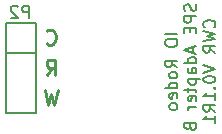
<source format=gbr>
%TF.GenerationSoftware,KiCad,Pcbnew,7.0.10-7.0.10~ubuntu22.04.1*%
%TF.CreationDate,2024-09-08T18:45:09-07:00*%
%TF.ProjectId,SPE_adapter_B_CWR,5350455f-6164-4617-9074-65725f425f43,rev?*%
%TF.SameCoordinates,Original*%
%TF.FileFunction,Legend,Bot*%
%TF.FilePolarity,Positive*%
%FSLAX46Y46*%
G04 Gerber Fmt 4.6, Leading zero omitted, Abs format (unit mm)*
G04 Created by KiCad (PCBNEW 7.0.10-7.0.10~ubuntu22.04.1) date 2024-09-08 18:45:09*
%MOMM*%
%LPD*%
G01*
G04 APERTURE LIST*
%ADD10C,0.254000*%
%ADD11C,0.200000*%
%ADD12C,0.152400*%
G04 APERTURE END LIST*
D10*
X108675714Y-116144318D02*
X108978095Y-117414318D01*
X108978095Y-117414318D02*
X109220000Y-116507175D01*
X109220000Y-116507175D02*
X109461905Y-117414318D01*
X109461905Y-117414318D02*
X109764286Y-116144318D01*
X108826904Y-112213365D02*
X108887380Y-112273842D01*
X108887380Y-112273842D02*
X109068809Y-112334318D01*
X109068809Y-112334318D02*
X109189761Y-112334318D01*
X109189761Y-112334318D02*
X109371190Y-112273842D01*
X109371190Y-112273842D02*
X109492142Y-112152889D01*
X109492142Y-112152889D02*
X109552619Y-112031937D01*
X109552619Y-112031937D02*
X109613095Y-111790032D01*
X109613095Y-111790032D02*
X109613095Y-111608603D01*
X109613095Y-111608603D02*
X109552619Y-111366699D01*
X109552619Y-111366699D02*
X109492142Y-111245746D01*
X109492142Y-111245746D02*
X109371190Y-111124794D01*
X109371190Y-111124794D02*
X109189761Y-111064318D01*
X109189761Y-111064318D02*
X109068809Y-111064318D01*
X109068809Y-111064318D02*
X108887380Y-111124794D01*
X108887380Y-111124794D02*
X108826904Y-111185270D01*
D11*
X119892219Y-111409524D02*
X118892219Y-111409524D01*
X118892219Y-112076190D02*
X118892219Y-112266666D01*
X118892219Y-112266666D02*
X118939838Y-112361904D01*
X118939838Y-112361904D02*
X119035076Y-112457142D01*
X119035076Y-112457142D02*
X119225552Y-112504761D01*
X119225552Y-112504761D02*
X119558885Y-112504761D01*
X119558885Y-112504761D02*
X119749361Y-112457142D01*
X119749361Y-112457142D02*
X119844600Y-112361904D01*
X119844600Y-112361904D02*
X119892219Y-112266666D01*
X119892219Y-112266666D02*
X119892219Y-112076190D01*
X119892219Y-112076190D02*
X119844600Y-111980952D01*
X119844600Y-111980952D02*
X119749361Y-111885714D01*
X119749361Y-111885714D02*
X119558885Y-111838095D01*
X119558885Y-111838095D02*
X119225552Y-111838095D01*
X119225552Y-111838095D02*
X119035076Y-111885714D01*
X119035076Y-111885714D02*
X118939838Y-111980952D01*
X118939838Y-111980952D02*
X118892219Y-112076190D01*
X119892219Y-114266666D02*
X119416028Y-113933333D01*
X119892219Y-113695238D02*
X118892219Y-113695238D01*
X118892219Y-113695238D02*
X118892219Y-114076190D01*
X118892219Y-114076190D02*
X118939838Y-114171428D01*
X118939838Y-114171428D02*
X118987457Y-114219047D01*
X118987457Y-114219047D02*
X119082695Y-114266666D01*
X119082695Y-114266666D02*
X119225552Y-114266666D01*
X119225552Y-114266666D02*
X119320790Y-114219047D01*
X119320790Y-114219047D02*
X119368409Y-114171428D01*
X119368409Y-114171428D02*
X119416028Y-114076190D01*
X119416028Y-114076190D02*
X119416028Y-113695238D01*
X119892219Y-114838095D02*
X119844600Y-114742857D01*
X119844600Y-114742857D02*
X119796980Y-114695238D01*
X119796980Y-114695238D02*
X119701742Y-114647619D01*
X119701742Y-114647619D02*
X119416028Y-114647619D01*
X119416028Y-114647619D02*
X119320790Y-114695238D01*
X119320790Y-114695238D02*
X119273171Y-114742857D01*
X119273171Y-114742857D02*
X119225552Y-114838095D01*
X119225552Y-114838095D02*
X119225552Y-114980952D01*
X119225552Y-114980952D02*
X119273171Y-115076190D01*
X119273171Y-115076190D02*
X119320790Y-115123809D01*
X119320790Y-115123809D02*
X119416028Y-115171428D01*
X119416028Y-115171428D02*
X119701742Y-115171428D01*
X119701742Y-115171428D02*
X119796980Y-115123809D01*
X119796980Y-115123809D02*
X119844600Y-115076190D01*
X119844600Y-115076190D02*
X119892219Y-114980952D01*
X119892219Y-114980952D02*
X119892219Y-114838095D01*
X119892219Y-116028571D02*
X118892219Y-116028571D01*
X119844600Y-116028571D02*
X119892219Y-115933333D01*
X119892219Y-115933333D02*
X119892219Y-115742857D01*
X119892219Y-115742857D02*
X119844600Y-115647619D01*
X119844600Y-115647619D02*
X119796980Y-115600000D01*
X119796980Y-115600000D02*
X119701742Y-115552381D01*
X119701742Y-115552381D02*
X119416028Y-115552381D01*
X119416028Y-115552381D02*
X119320790Y-115600000D01*
X119320790Y-115600000D02*
X119273171Y-115647619D01*
X119273171Y-115647619D02*
X119225552Y-115742857D01*
X119225552Y-115742857D02*
X119225552Y-115933333D01*
X119225552Y-115933333D02*
X119273171Y-116028571D01*
X119844600Y-116885714D02*
X119892219Y-116790476D01*
X119892219Y-116790476D02*
X119892219Y-116600000D01*
X119892219Y-116600000D02*
X119844600Y-116504762D01*
X119844600Y-116504762D02*
X119749361Y-116457143D01*
X119749361Y-116457143D02*
X119368409Y-116457143D01*
X119368409Y-116457143D02*
X119273171Y-116504762D01*
X119273171Y-116504762D02*
X119225552Y-116600000D01*
X119225552Y-116600000D02*
X119225552Y-116790476D01*
X119225552Y-116790476D02*
X119273171Y-116885714D01*
X119273171Y-116885714D02*
X119368409Y-116933333D01*
X119368409Y-116933333D02*
X119463647Y-116933333D01*
X119463647Y-116933333D02*
X119558885Y-116457143D01*
X119892219Y-117504762D02*
X119844600Y-117409524D01*
X119844600Y-117409524D02*
X119796980Y-117361905D01*
X119796980Y-117361905D02*
X119701742Y-117314286D01*
X119701742Y-117314286D02*
X119416028Y-117314286D01*
X119416028Y-117314286D02*
X119320790Y-117361905D01*
X119320790Y-117361905D02*
X119273171Y-117409524D01*
X119273171Y-117409524D02*
X119225552Y-117504762D01*
X119225552Y-117504762D02*
X119225552Y-117647619D01*
X119225552Y-117647619D02*
X119273171Y-117742857D01*
X119273171Y-117742857D02*
X119320790Y-117790476D01*
X119320790Y-117790476D02*
X119416028Y-117838095D01*
X119416028Y-117838095D02*
X119701742Y-117838095D01*
X119701742Y-117838095D02*
X119796980Y-117790476D01*
X119796980Y-117790476D02*
X119844600Y-117742857D01*
X119844600Y-117742857D02*
X119892219Y-117647619D01*
X119892219Y-117647619D02*
X119892219Y-117504762D01*
X121454600Y-108909523D02*
X121502219Y-109052380D01*
X121502219Y-109052380D02*
X121502219Y-109290475D01*
X121502219Y-109290475D02*
X121454600Y-109385713D01*
X121454600Y-109385713D02*
X121406980Y-109433332D01*
X121406980Y-109433332D02*
X121311742Y-109480951D01*
X121311742Y-109480951D02*
X121216504Y-109480951D01*
X121216504Y-109480951D02*
X121121266Y-109433332D01*
X121121266Y-109433332D02*
X121073647Y-109385713D01*
X121073647Y-109385713D02*
X121026028Y-109290475D01*
X121026028Y-109290475D02*
X120978409Y-109099999D01*
X120978409Y-109099999D02*
X120930790Y-109004761D01*
X120930790Y-109004761D02*
X120883171Y-108957142D01*
X120883171Y-108957142D02*
X120787933Y-108909523D01*
X120787933Y-108909523D02*
X120692695Y-108909523D01*
X120692695Y-108909523D02*
X120597457Y-108957142D01*
X120597457Y-108957142D02*
X120549838Y-109004761D01*
X120549838Y-109004761D02*
X120502219Y-109099999D01*
X120502219Y-109099999D02*
X120502219Y-109338094D01*
X120502219Y-109338094D02*
X120549838Y-109480951D01*
X121502219Y-109909523D02*
X120502219Y-109909523D01*
X120502219Y-109909523D02*
X120502219Y-110290475D01*
X120502219Y-110290475D02*
X120549838Y-110385713D01*
X120549838Y-110385713D02*
X120597457Y-110433332D01*
X120597457Y-110433332D02*
X120692695Y-110480951D01*
X120692695Y-110480951D02*
X120835552Y-110480951D01*
X120835552Y-110480951D02*
X120930790Y-110433332D01*
X120930790Y-110433332D02*
X120978409Y-110385713D01*
X120978409Y-110385713D02*
X121026028Y-110290475D01*
X121026028Y-110290475D02*
X121026028Y-109909523D01*
X120978409Y-110909523D02*
X120978409Y-111242856D01*
X121502219Y-111385713D02*
X121502219Y-110909523D01*
X121502219Y-110909523D02*
X120502219Y-110909523D01*
X120502219Y-110909523D02*
X120502219Y-111385713D01*
X121216504Y-112528571D02*
X121216504Y-113004761D01*
X121502219Y-112433333D02*
X120502219Y-112766666D01*
X120502219Y-112766666D02*
X121502219Y-113099999D01*
X121502219Y-113861904D02*
X120502219Y-113861904D01*
X121454600Y-113861904D02*
X121502219Y-113766666D01*
X121502219Y-113766666D02*
X121502219Y-113576190D01*
X121502219Y-113576190D02*
X121454600Y-113480952D01*
X121454600Y-113480952D02*
X121406980Y-113433333D01*
X121406980Y-113433333D02*
X121311742Y-113385714D01*
X121311742Y-113385714D02*
X121026028Y-113385714D01*
X121026028Y-113385714D02*
X120930790Y-113433333D01*
X120930790Y-113433333D02*
X120883171Y-113480952D01*
X120883171Y-113480952D02*
X120835552Y-113576190D01*
X120835552Y-113576190D02*
X120835552Y-113766666D01*
X120835552Y-113766666D02*
X120883171Y-113861904D01*
X121502219Y-114766666D02*
X120978409Y-114766666D01*
X120978409Y-114766666D02*
X120883171Y-114719047D01*
X120883171Y-114719047D02*
X120835552Y-114623809D01*
X120835552Y-114623809D02*
X120835552Y-114433333D01*
X120835552Y-114433333D02*
X120883171Y-114338095D01*
X121454600Y-114766666D02*
X121502219Y-114671428D01*
X121502219Y-114671428D02*
X121502219Y-114433333D01*
X121502219Y-114433333D02*
X121454600Y-114338095D01*
X121454600Y-114338095D02*
X121359361Y-114290476D01*
X121359361Y-114290476D02*
X121264123Y-114290476D01*
X121264123Y-114290476D02*
X121168885Y-114338095D01*
X121168885Y-114338095D02*
X121121266Y-114433333D01*
X121121266Y-114433333D02*
X121121266Y-114671428D01*
X121121266Y-114671428D02*
X121073647Y-114766666D01*
X120835552Y-115242857D02*
X121835552Y-115242857D01*
X120883171Y-115242857D02*
X120835552Y-115338095D01*
X120835552Y-115338095D02*
X120835552Y-115528571D01*
X120835552Y-115528571D02*
X120883171Y-115623809D01*
X120883171Y-115623809D02*
X120930790Y-115671428D01*
X120930790Y-115671428D02*
X121026028Y-115719047D01*
X121026028Y-115719047D02*
X121311742Y-115719047D01*
X121311742Y-115719047D02*
X121406980Y-115671428D01*
X121406980Y-115671428D02*
X121454600Y-115623809D01*
X121454600Y-115623809D02*
X121502219Y-115528571D01*
X121502219Y-115528571D02*
X121502219Y-115338095D01*
X121502219Y-115338095D02*
X121454600Y-115242857D01*
X120835552Y-116004762D02*
X120835552Y-116385714D01*
X120502219Y-116147619D02*
X121359361Y-116147619D01*
X121359361Y-116147619D02*
X121454600Y-116195238D01*
X121454600Y-116195238D02*
X121502219Y-116290476D01*
X121502219Y-116290476D02*
X121502219Y-116385714D01*
X121454600Y-117100000D02*
X121502219Y-117004762D01*
X121502219Y-117004762D02*
X121502219Y-116814286D01*
X121502219Y-116814286D02*
X121454600Y-116719048D01*
X121454600Y-116719048D02*
X121359361Y-116671429D01*
X121359361Y-116671429D02*
X120978409Y-116671429D01*
X120978409Y-116671429D02*
X120883171Y-116719048D01*
X120883171Y-116719048D02*
X120835552Y-116814286D01*
X120835552Y-116814286D02*
X120835552Y-117004762D01*
X120835552Y-117004762D02*
X120883171Y-117100000D01*
X120883171Y-117100000D02*
X120978409Y-117147619D01*
X120978409Y-117147619D02*
X121073647Y-117147619D01*
X121073647Y-117147619D02*
X121168885Y-116671429D01*
X121502219Y-117576191D02*
X120835552Y-117576191D01*
X121026028Y-117576191D02*
X120930790Y-117623810D01*
X120930790Y-117623810D02*
X120883171Y-117671429D01*
X120883171Y-117671429D02*
X120835552Y-117766667D01*
X120835552Y-117766667D02*
X120835552Y-117861905D01*
X120978409Y-119290477D02*
X121026028Y-119433334D01*
X121026028Y-119433334D02*
X121073647Y-119480953D01*
X121073647Y-119480953D02*
X121168885Y-119528572D01*
X121168885Y-119528572D02*
X121311742Y-119528572D01*
X121311742Y-119528572D02*
X121406980Y-119480953D01*
X121406980Y-119480953D02*
X121454600Y-119433334D01*
X121454600Y-119433334D02*
X121502219Y-119338096D01*
X121502219Y-119338096D02*
X121502219Y-118957144D01*
X121502219Y-118957144D02*
X120502219Y-118957144D01*
X120502219Y-118957144D02*
X120502219Y-119290477D01*
X120502219Y-119290477D02*
X120549838Y-119385715D01*
X120549838Y-119385715D02*
X120597457Y-119433334D01*
X120597457Y-119433334D02*
X120692695Y-119480953D01*
X120692695Y-119480953D02*
X120787933Y-119480953D01*
X120787933Y-119480953D02*
X120883171Y-119433334D01*
X120883171Y-119433334D02*
X120930790Y-119385715D01*
X120930790Y-119385715D02*
X120978409Y-119290477D01*
X120978409Y-119290477D02*
X120978409Y-118957144D01*
X123016980Y-110861904D02*
X123064600Y-110814285D01*
X123064600Y-110814285D02*
X123112219Y-110671428D01*
X123112219Y-110671428D02*
X123112219Y-110576190D01*
X123112219Y-110576190D02*
X123064600Y-110433333D01*
X123064600Y-110433333D02*
X122969361Y-110338095D01*
X122969361Y-110338095D02*
X122874123Y-110290476D01*
X122874123Y-110290476D02*
X122683647Y-110242857D01*
X122683647Y-110242857D02*
X122540790Y-110242857D01*
X122540790Y-110242857D02*
X122350314Y-110290476D01*
X122350314Y-110290476D02*
X122255076Y-110338095D01*
X122255076Y-110338095D02*
X122159838Y-110433333D01*
X122159838Y-110433333D02*
X122112219Y-110576190D01*
X122112219Y-110576190D02*
X122112219Y-110671428D01*
X122112219Y-110671428D02*
X122159838Y-110814285D01*
X122159838Y-110814285D02*
X122207457Y-110861904D01*
X122112219Y-111195238D02*
X123112219Y-111433333D01*
X123112219Y-111433333D02*
X122397933Y-111623809D01*
X122397933Y-111623809D02*
X123112219Y-111814285D01*
X123112219Y-111814285D02*
X122112219Y-112052381D01*
X123112219Y-113004761D02*
X122636028Y-112671428D01*
X123112219Y-112433333D02*
X122112219Y-112433333D01*
X122112219Y-112433333D02*
X122112219Y-112814285D01*
X122112219Y-112814285D02*
X122159838Y-112909523D01*
X122159838Y-112909523D02*
X122207457Y-112957142D01*
X122207457Y-112957142D02*
X122302695Y-113004761D01*
X122302695Y-113004761D02*
X122445552Y-113004761D01*
X122445552Y-113004761D02*
X122540790Y-112957142D01*
X122540790Y-112957142D02*
X122588409Y-112909523D01*
X122588409Y-112909523D02*
X122636028Y-112814285D01*
X122636028Y-112814285D02*
X122636028Y-112433333D01*
X122112219Y-114052381D02*
X123112219Y-114385714D01*
X123112219Y-114385714D02*
X122112219Y-114719047D01*
X122112219Y-115242857D02*
X122112219Y-115338095D01*
X122112219Y-115338095D02*
X122159838Y-115433333D01*
X122159838Y-115433333D02*
X122207457Y-115480952D01*
X122207457Y-115480952D02*
X122302695Y-115528571D01*
X122302695Y-115528571D02*
X122493171Y-115576190D01*
X122493171Y-115576190D02*
X122731266Y-115576190D01*
X122731266Y-115576190D02*
X122921742Y-115528571D01*
X122921742Y-115528571D02*
X123016980Y-115480952D01*
X123016980Y-115480952D02*
X123064600Y-115433333D01*
X123064600Y-115433333D02*
X123112219Y-115338095D01*
X123112219Y-115338095D02*
X123112219Y-115242857D01*
X123112219Y-115242857D02*
X123064600Y-115147619D01*
X123064600Y-115147619D02*
X123016980Y-115100000D01*
X123016980Y-115100000D02*
X122921742Y-115052381D01*
X122921742Y-115052381D02*
X122731266Y-115004762D01*
X122731266Y-115004762D02*
X122493171Y-115004762D01*
X122493171Y-115004762D02*
X122302695Y-115052381D01*
X122302695Y-115052381D02*
X122207457Y-115100000D01*
X122207457Y-115100000D02*
X122159838Y-115147619D01*
X122159838Y-115147619D02*
X122112219Y-115242857D01*
X123016980Y-116004762D02*
X123064600Y-116052381D01*
X123064600Y-116052381D02*
X123112219Y-116004762D01*
X123112219Y-116004762D02*
X123064600Y-115957143D01*
X123064600Y-115957143D02*
X123016980Y-116004762D01*
X123016980Y-116004762D02*
X123112219Y-116004762D01*
X123112219Y-117004761D02*
X123112219Y-116433333D01*
X123112219Y-116719047D02*
X122112219Y-116719047D01*
X122112219Y-116719047D02*
X122255076Y-116623809D01*
X122255076Y-116623809D02*
X122350314Y-116528571D01*
X122350314Y-116528571D02*
X122397933Y-116433333D01*
X123112219Y-118004761D02*
X122636028Y-117671428D01*
X123112219Y-117433333D02*
X122112219Y-117433333D01*
X122112219Y-117433333D02*
X122112219Y-117814285D01*
X122112219Y-117814285D02*
X122159838Y-117909523D01*
X122159838Y-117909523D02*
X122207457Y-117957142D01*
X122207457Y-117957142D02*
X122302695Y-118004761D01*
X122302695Y-118004761D02*
X122445552Y-118004761D01*
X122445552Y-118004761D02*
X122540790Y-117957142D01*
X122540790Y-117957142D02*
X122588409Y-117909523D01*
X122588409Y-117909523D02*
X122636028Y-117814285D01*
X122636028Y-117814285D02*
X122636028Y-117433333D01*
X123112219Y-118957142D02*
X123112219Y-118385714D01*
X123112219Y-118671428D02*
X122112219Y-118671428D01*
X122112219Y-118671428D02*
X122255076Y-118576190D01*
X122255076Y-118576190D02*
X122350314Y-118480952D01*
X122350314Y-118480952D02*
X122397933Y-118385714D01*
D10*
X108826904Y-114874318D02*
X109250238Y-114269556D01*
X109552619Y-114874318D02*
X109552619Y-113604318D01*
X109552619Y-113604318D02*
X109068809Y-113604318D01*
X109068809Y-113604318D02*
X108947857Y-113664794D01*
X108947857Y-113664794D02*
X108887380Y-113725270D01*
X108887380Y-113725270D02*
X108826904Y-113846222D01*
X108826904Y-113846222D02*
X108826904Y-114027651D01*
X108826904Y-114027651D02*
X108887380Y-114148603D01*
X108887380Y-114148603D02*
X108947857Y-114209080D01*
X108947857Y-114209080D02*
X109068809Y-114269556D01*
X109068809Y-114269556D02*
X109552619Y-114269556D01*
D12*
X107351164Y-110063095D02*
X107351164Y-109047095D01*
X107351164Y-109047095D02*
X106964116Y-109047095D01*
X106964116Y-109047095D02*
X106867354Y-109095476D01*
X106867354Y-109095476D02*
X106818973Y-109143857D01*
X106818973Y-109143857D02*
X106770592Y-109240619D01*
X106770592Y-109240619D02*
X106770592Y-109385762D01*
X106770592Y-109385762D02*
X106818973Y-109482524D01*
X106818973Y-109482524D02*
X106867354Y-109530905D01*
X106867354Y-109530905D02*
X106964116Y-109579286D01*
X106964116Y-109579286D02*
X107351164Y-109579286D01*
X106383545Y-109143857D02*
X106335164Y-109095476D01*
X106335164Y-109095476D02*
X106238402Y-109047095D01*
X106238402Y-109047095D02*
X105996497Y-109047095D01*
X105996497Y-109047095D02*
X105899735Y-109095476D01*
X105899735Y-109095476D02*
X105851354Y-109143857D01*
X105851354Y-109143857D02*
X105802973Y-109240619D01*
X105802973Y-109240619D02*
X105802973Y-109337381D01*
X105802973Y-109337381D02*
X105851354Y-109482524D01*
X105851354Y-109482524D02*
X106431926Y-110063095D01*
X106431926Y-110063095D02*
X105802973Y-110063095D01*
%TO.C,P2*%
X105410000Y-110490000D02*
X105410000Y-118110000D01*
X107950000Y-110490000D02*
X105410000Y-110490000D01*
X105410000Y-113030000D02*
X107950000Y-113030000D01*
X105410000Y-118110000D02*
X107950000Y-118110000D01*
X107950000Y-118110000D02*
X107950000Y-110490000D01*
%TD*%
M02*

</source>
